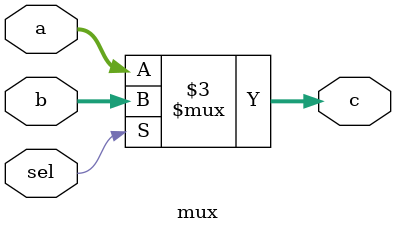
<source format=v>
module mux #(parameter width=22) (a,b,c,sel);
input [width-1:0] a;
input [width-1:0] b;
output reg [width-1:0] c;
input sel;

always@(*)
begin
if(sel)
    begin
    c=b;
    end
else
    begin
    c=a;
    end
end
endmodule
</source>
